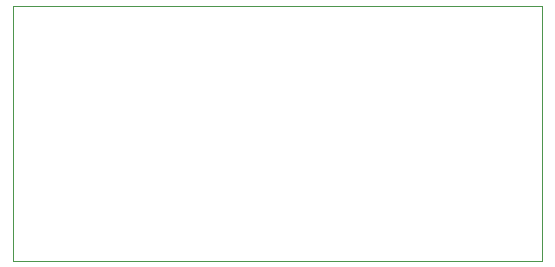
<source format=gtp>
G75*
%MOIN*%
%OFA0B0*%
%FSLAX24Y24*%
%IPPOS*%
%LPD*%
%AMOC8*
5,1,8,0,0,1.08239X$1,22.5*
%
%ADD10C,0.0000*%
D10*
X000175Y000150D02*
X000175Y008646D01*
X017795Y008646D01*
X017795Y000150D01*
X000175Y000150D01*
M02*

</source>
